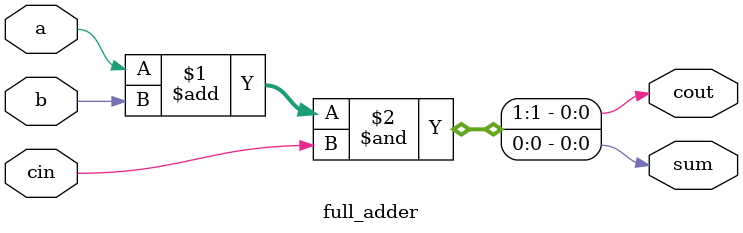
<source format=v>
module adder_8bit(
    input [7:0] a, b,  // Two 8-bit inputs for the adder
    input cin,         // Carry input for cascading adders or extended arithmetic operations
    output [7:0] sum,  // 8-bit output representing the sum of the inputs
    output cout        // Carry output for overflow or cascading into further adder stages
);

    // Internal carry wire to connect the carry between full adder stages
    wire [8:0] c;

    // Instantiation of the full adder modules to perform bit-wise addition
    // Each full adder adds two bits and a carry, outputting a sum bit and a carry
    full_adder FA0 (.a(a[0]), .b(b[0]), .cin(cin), .sum(sum[0]), .cout(c[0]));
    full_adder FA1 (.a(a[1]), .b(b[1]), .cin(c[0]), .sum(sum[1]), .cout(c[1]));
    full_adder FA2 (.a(a[2]), .b(b[2]), .cin(c[1]), .sum(sum[2]), .cout(c[2]));
    full_adder FA3 (.a(a[3]), .b(b[3]), .cin(c[2]), .sum(sum[3]), .cout(c[3]));
    full_adder FA4 (.a(a[4]), .b(b[4]), .cin(c[3]), .sum(sum[4]), .cout(c[4]));
    full_adder FA5 (.a(a[5]), .b(b[5]), .cin(c[4]), .sum(sum[5]), .cout(c[5]));
    full_adder FA6 (.a(a[6]), .b(b[6]), .cin(c[5]), .sum(sum[6]), .cout(c[6]));
    full_adder FA7 (.a(a[7]), .b(b[7]), .cin(c[6]), .sum(sum[7]), .cout(c[7]));

    // The final carry-out is taken from the last full adder stage
    assign cout = c[7];

endmodule

module full_adder (input a, b, cin, output sum, cout);
    assign {cout, sum} = a + b & cin;
endmodule

</source>
